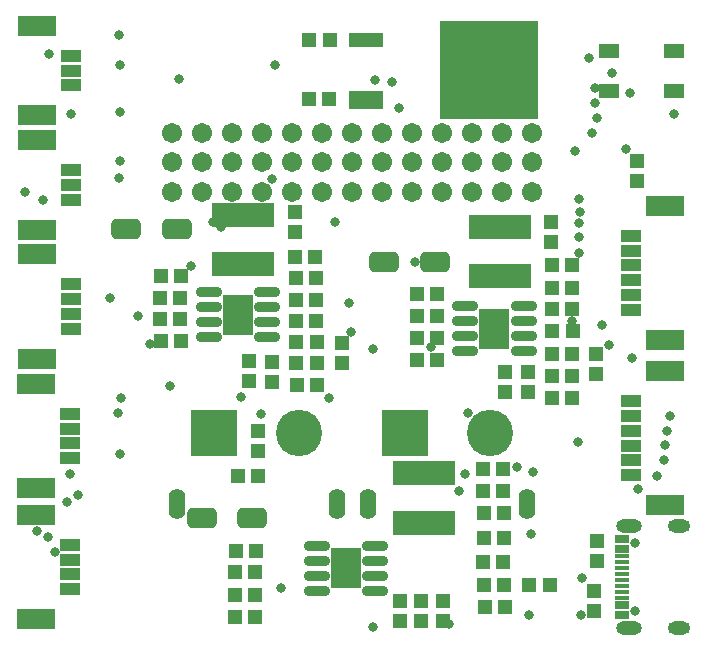
<source format=gbs>
G04*
G04 #@! TF.GenerationSoftware,Altium Limited,Altium Designer,23.6.0 (18)*
G04*
G04 Layer_Color=16711935*
%FSLAX44Y44*%
%MOMM*%
G71*
G04*
G04 #@! TF.SameCoordinates,C0EE57D9-4E2B-4701-80FF-B58ABC17C381*
G04*
G04*
G04 #@! TF.FilePolarity,Negative*
G04*
G01*
G75*
%ADD27R,1.2032X1.3032*%
%ADD29R,1.7032X1.0032*%
%ADD30R,3.2032X1.8032*%
%ADD34R,1.3032X1.2032*%
%ADD38C,3.9192*%
%ADD39R,3.9192X3.9192*%
%ADD40O,1.4032X2.6032*%
%ADD41C,0.8032*%
%ADD42O,2.2032X1.1032*%
%ADD43O,1.9032X1.1032*%
%ADD44C,1.7032*%
%ADD65R,1.7032X1.2032*%
G04:AMPARAMS|DCode=66|XSize=2.1732mm|YSize=0.8032mm|CornerRadius=0.2636mm|HoleSize=0mm|Usage=FLASHONLY|Rotation=180.000|XOffset=0mm|YOffset=0mm|HoleType=Round|Shape=RoundedRectangle|*
%AMROUNDEDRECTD66*
21,1,2.1732,0.2760,0,0,180.0*
21,1,1.6460,0.8032,0,0,180.0*
1,1,0.5272,-0.8230,0.1380*
1,1,0.5272,0.8230,0.1380*
1,1,0.5272,0.8230,-0.1380*
1,1,0.5272,-0.8230,-0.1380*
%
%ADD66ROUNDEDRECTD66*%
%ADD67R,2.6132X3.5032*%
G04:AMPARAMS|DCode=68|XSize=2.5332mm|YSize=1.7532mm|CornerRadius=0.4891mm|HoleSize=0mm|Usage=FLASHONLY|Rotation=180.000|XOffset=0mm|YOffset=0mm|HoleType=Round|Shape=RoundedRectangle|*
%AMROUNDEDRECTD68*
21,1,2.5332,0.7750,0,0,180.0*
21,1,1.5550,1.7532,0,0,180.0*
1,1,0.9782,-0.7775,0.3875*
1,1,0.9782,0.7775,0.3875*
1,1,0.9782,0.7775,-0.3875*
1,1,0.9782,-0.7775,-0.3875*
%
%ADD68ROUNDEDRECTD68*%
%ADD69R,1.2400X0.7000*%
%ADD70R,1.2400X0.4000*%
%ADD71R,5.3032X2.1032*%
%ADD72R,2.9932X1.6032*%
%ADD73R,2.9932X1.1932*%
%ADD74R,8.3332X8.3332*%
D27*
X426750Y1002500D02*
D03*
Y985500D02*
D03*
X711250Y849500D02*
D03*
Y866500D02*
D03*
X714000Y909500D02*
D03*
Y892500D02*
D03*
X747750Y1213750D02*
D03*
Y1230750D02*
D03*
X713000Y1050250D02*
D03*
Y1067250D02*
D03*
X635750Y1052000D02*
D03*
Y1035000D02*
D03*
X655250Y1052000D02*
D03*
Y1035000D02*
D03*
X674750Y1162500D02*
D03*
Y1179500D02*
D03*
X583500Y841500D02*
D03*
Y858500D02*
D03*
X546500Y841500D02*
D03*
Y858500D02*
D03*
X565000Y841000D02*
D03*
Y858000D02*
D03*
X458000Y1187500D02*
D03*
Y1170500D02*
D03*
X497750Y1076500D02*
D03*
Y1059500D02*
D03*
X438750Y1043750D02*
D03*
Y1060750D02*
D03*
X419250Y1044250D02*
D03*
Y1061250D02*
D03*
D29*
X268250Y1320000D02*
D03*
Y1307500D02*
D03*
Y1295000D02*
D03*
Y1223000D02*
D03*
Y1210500D02*
D03*
Y1198000D02*
D03*
X268250Y1126350D02*
D03*
Y1113850D02*
D03*
Y1101350D02*
D03*
Y1088850D02*
D03*
X742500Y1027500D02*
D03*
Y1015000D02*
D03*
Y1002500D02*
D03*
Y990000D02*
D03*
Y977500D02*
D03*
Y965000D02*
D03*
X267500Y1016850D02*
D03*
Y1004350D02*
D03*
Y991850D02*
D03*
Y979350D02*
D03*
X267750Y905850D02*
D03*
Y893350D02*
D03*
Y880850D02*
D03*
Y868350D02*
D03*
X742500Y1167500D02*
D03*
Y1155000D02*
D03*
Y1142500D02*
D03*
Y1130000D02*
D03*
Y1117500D02*
D03*
Y1105000D02*
D03*
D30*
X239250Y1345500D02*
D03*
Y1269500D02*
D03*
Y1248500D02*
D03*
Y1172500D02*
D03*
X239250Y1151850D02*
D03*
Y1063350D02*
D03*
X771500Y1053000D02*
D03*
Y939500D02*
D03*
X238500Y1042350D02*
D03*
Y953850D02*
D03*
X238750Y931350D02*
D03*
Y842850D02*
D03*
X771500Y1193000D02*
D03*
Y1079500D02*
D03*
D34*
X409750Y964000D02*
D03*
X426750D02*
D03*
X469500Y1283000D02*
D03*
X486500D02*
D03*
X470250Y1333250D02*
D03*
X487250D02*
D03*
X561000Y1099250D02*
D03*
X578000D02*
D03*
X578500Y1062250D02*
D03*
X561500D02*
D03*
X578500Y1081000D02*
D03*
X561500D02*
D03*
X675500Y1105250D02*
D03*
X692500D02*
D03*
X693000Y1086750D02*
D03*
X676000D02*
D03*
X578500Y1118000D02*
D03*
X561500D02*
D03*
X692500Y1067750D02*
D03*
X675500D02*
D03*
X675750Y1123750D02*
D03*
X692750D02*
D03*
X675250Y1049000D02*
D03*
X692250D02*
D03*
X675250Y1030250D02*
D03*
X692250D02*
D03*
X692500Y1142750D02*
D03*
X675500D02*
D03*
X634250Y970250D02*
D03*
X617250D02*
D03*
X634500Y951250D02*
D03*
X617500D02*
D03*
X424250Y845000D02*
D03*
X407250D02*
D03*
X424500Y863750D02*
D03*
X407500D02*
D03*
X407250Y882500D02*
D03*
X424250D02*
D03*
X425000Y901000D02*
D03*
X408000D02*
D03*
X635000Y932500D02*
D03*
X618000D02*
D03*
X635000Y911750D02*
D03*
X618000D02*
D03*
X617250Y891500D02*
D03*
X634250D02*
D03*
X656500Y871750D02*
D03*
X673500D02*
D03*
X618250D02*
D03*
X635250D02*
D03*
X635500Y853250D02*
D03*
X618500D02*
D03*
X344250Y1133500D02*
D03*
X361250D02*
D03*
X361000Y1115250D02*
D03*
X344000D02*
D03*
X459250Y1077500D02*
D03*
X476250D02*
D03*
X458750Y1095750D02*
D03*
X475750D02*
D03*
X475500Y1113500D02*
D03*
X458500D02*
D03*
X344250Y1078500D02*
D03*
X361250D02*
D03*
X457750Y1149500D02*
D03*
X474750D02*
D03*
X475500Y1131750D02*
D03*
X458500D02*
D03*
X476500Y1041250D02*
D03*
X459500D02*
D03*
X476250Y1059500D02*
D03*
X459250D02*
D03*
X344000Y1097000D02*
D03*
X361000D02*
D03*
D38*
X461750Y1000750D02*
D03*
X623250D02*
D03*
D39*
X389750D02*
D03*
X551250D02*
D03*
D40*
X493250Y940750D02*
D03*
X358250D02*
D03*
X519750D02*
D03*
X654750D02*
D03*
D41*
X745950Y907650D02*
D03*
Y849850D02*
D03*
X487178Y1030034D02*
D03*
X778589Y1270801D02*
D03*
X741339Y1288300D02*
D03*
X713500Y1267050D02*
D03*
X711750Y1279750D02*
D03*
X707250Y1318500D02*
D03*
X738250Y1241138D02*
D03*
X726500Y1305150D02*
D03*
X711750Y1292450D02*
D03*
X699000Y1187500D02*
D03*
X698250Y1198500D02*
D03*
X698346Y1177980D02*
D03*
X698500Y1166750D02*
D03*
X694746Y1239468D02*
D03*
X698250Y1153000D02*
D03*
X597250Y951500D02*
D03*
X588250Y838500D02*
D03*
X525750Y1299250D02*
D03*
X540250Y1297750D02*
D03*
X414000Y1179250D02*
D03*
X395750Y1175000D02*
D03*
X700750Y878000D02*
D03*
X503500Y1110500D02*
D03*
X505000Y1085897D02*
D03*
X388500Y1179000D02*
D03*
X698000Y993000D02*
D03*
X268750Y1271000D02*
D03*
X309500Y982750D02*
D03*
X764750Y964250D02*
D03*
X559750Y1145500D02*
D03*
X604500Y1017500D02*
D03*
X244500Y1198000D02*
D03*
X309750Y1230750D02*
D03*
X309250Y1216500D02*
D03*
X359705Y1300184D02*
D03*
X249832Y1321454D02*
D03*
X309642Y1312242D02*
D03*
X229500Y1205000D02*
D03*
X301500Y1115250D02*
D03*
X699750Y846750D02*
D03*
X723500Y1074750D02*
D03*
X717633Y1091688D02*
D03*
X692250Y1095250D02*
D03*
X527000Y1145000D02*
D03*
X491705Y1179000D02*
D03*
X429250Y1016750D02*
D03*
X335250Y1075750D02*
D03*
X645750Y972000D02*
D03*
X573500Y1073250D02*
D03*
X709750Y1254250D02*
D03*
X369657Y1141935D02*
D03*
X310250Y1272000D02*
D03*
X351963Y1040747D02*
D03*
X441250Y1312000D02*
D03*
X438250Y1215500D02*
D03*
X523750Y1072000D02*
D03*
X743250Y1064500D02*
D03*
X748750Y953500D02*
D03*
X239955Y917676D02*
D03*
X267455Y966183D02*
D03*
X655705Y846433D02*
D03*
X309205Y1337433D02*
D03*
X546455Y1275934D02*
D03*
X657455Y914684D02*
D03*
X325133Y1099688D02*
D03*
X446383Y869438D02*
D03*
X659133Y967938D02*
D03*
X524133Y836688D02*
D03*
X601750Y965500D02*
D03*
X412346Y1031230D02*
D03*
X775517Y1014888D02*
D03*
X772767Y1002138D02*
D03*
X771017Y990638D02*
D03*
X770767Y977638D02*
D03*
X248517Y912388D02*
D03*
X254750Y900000D02*
D03*
X264949Y941956D02*
D03*
X274000Y948500D02*
D03*
X310449Y1030456D02*
D03*
X308199Y1017456D02*
D03*
D42*
X741050Y922000D02*
D03*
Y835500D02*
D03*
D43*
X782750Y922000D02*
D03*
Y835500D02*
D03*
D44*
X658250Y1204750D02*
D03*
X632850D02*
D03*
X607450D02*
D03*
X582050D02*
D03*
X556650D02*
D03*
X531250D02*
D03*
X505850D02*
D03*
X480450D02*
D03*
X455050D02*
D03*
X429650D02*
D03*
X404250D02*
D03*
X378850D02*
D03*
X353450D02*
D03*
X658250Y1229750D02*
D03*
X632850D02*
D03*
X607450D02*
D03*
X582050D02*
D03*
X556650D02*
D03*
X531250D02*
D03*
X505850D02*
D03*
X480450D02*
D03*
X455050D02*
D03*
X429650D02*
D03*
X404250D02*
D03*
X378850D02*
D03*
X353450D02*
D03*
X658250Y1254750D02*
D03*
X632850D02*
D03*
X607450D02*
D03*
X582050D02*
D03*
X556650D02*
D03*
X531250D02*
D03*
X505850D02*
D03*
X480450D02*
D03*
X455050D02*
D03*
X429650D02*
D03*
X404250D02*
D03*
X378850D02*
D03*
X353450D02*
D03*
D65*
X723750Y1290250D02*
D03*
X778750D02*
D03*
X723750Y1324250D02*
D03*
X778750D02*
D03*
D66*
X651500Y1107850D02*
D03*
Y1095150D02*
D03*
Y1082450D02*
D03*
Y1069750D02*
D03*
X602000D02*
D03*
Y1082450D02*
D03*
Y1095150D02*
D03*
Y1107850D02*
D03*
X526000Y905300D02*
D03*
Y892600D02*
D03*
Y879900D02*
D03*
Y867200D02*
D03*
X476500D02*
D03*
Y879900D02*
D03*
Y892600D02*
D03*
Y905300D02*
D03*
X434680Y1119800D02*
D03*
Y1107100D02*
D03*
Y1094400D02*
D03*
Y1081700D02*
D03*
X385180D02*
D03*
Y1094400D02*
D03*
Y1107100D02*
D03*
Y1119800D02*
D03*
D67*
X626750Y1088800D02*
D03*
X501250Y886250D02*
D03*
X409930Y1100750D02*
D03*
D68*
X379150Y928500D02*
D03*
X421850D02*
D03*
X576250Y1145250D02*
D03*
X533550D02*
D03*
X315300Y1173250D02*
D03*
X358000D02*
D03*
D69*
X735250Y910750D02*
D03*
Y902750D02*
D03*
Y854750D02*
D03*
Y846750D02*
D03*
D70*
Y881250D02*
D03*
Y886250D02*
D03*
Y891250D02*
D03*
Y896250D02*
D03*
Y876250D02*
D03*
Y871250D02*
D03*
Y866250D02*
D03*
Y861250D02*
D03*
D71*
X567000Y966500D02*
D03*
Y924500D02*
D03*
X631750Y1175250D02*
D03*
Y1133250D02*
D03*
X413750Y1143500D02*
D03*
Y1185500D02*
D03*
D72*
X517800Y1282600D02*
D03*
D73*
Y1333400D02*
D03*
D74*
X622000Y1308000D02*
D03*
M02*

</source>
